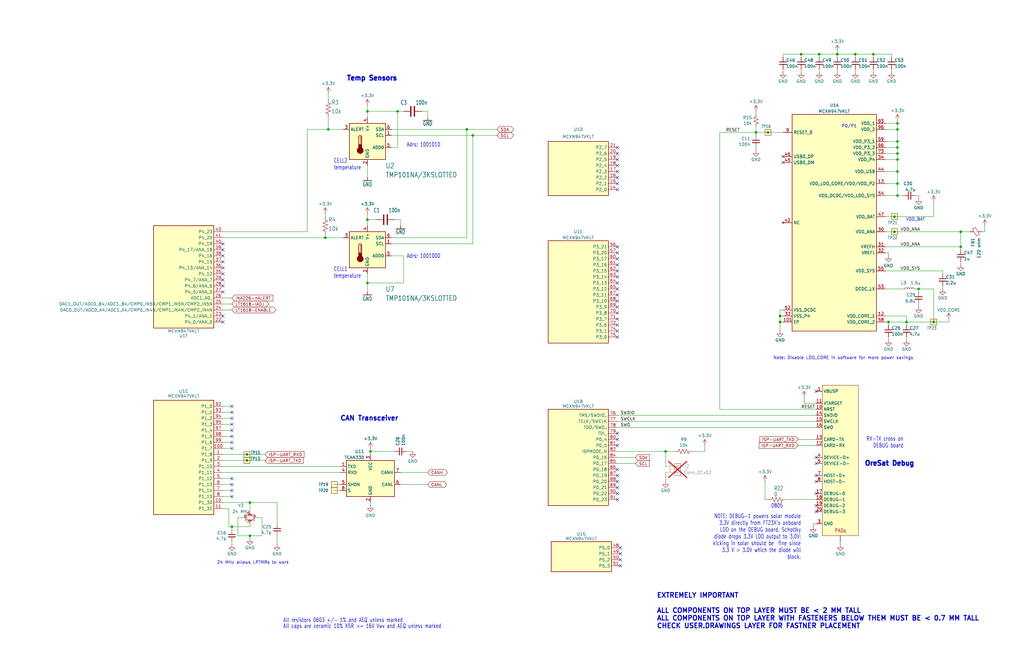
<source format=kicad_sch>
(kicad_sch (version 20250114) (generator "eeschema") (generator_version "9.0")
  (paper "USLedger")
  (title_block (title "OreSat Solar Module - Silicon Cells") (date "2025-09-16") (rev "1.1"))
  (text "Note: Disable LDO_CORE in software for more power savings" (at 355.6 151.13 0) (effects (font (size 1.27 1.27))))
  (text "P0/P1" (at 358.14 53.34 0) (effects (font (size 1.27 1.27))))
  (text "Temp Sensors" (at 146.05 34.29 0) (effects (font (size 2 2) (thickness 0.6477) (bold yes)) (justify left bottom)))
  (text "VDD_BAT" (at 386.08 92.71 0) (effects (font (size 1.27 1.27))))
  (text "CAN Transceiver" (at 168.148 177.8 0) (effects (font (size 2 2) (thickness 0.4318) (bold yes)) (justify right bottom)))
  (text "NOTE: DEBUG-1 powers solar module\n3.3V directly from FT23X's onboard\nLDO on the DEBUG board. Schottky\ndiode drops 3.3V LDO output to 3.0V;\nkicking in solar should be  fine since\n3.3 V > 3.0V which the diode will\nblock." (at 337.82 236.22 0) (effects (font (size 1.778 1.27)) (justify right bottom)))
  (text "Adrs: 1001010" (at 171.45 62.23 0) (effects (font (size 1.778 1.27)) (justify left bottom)))
  (text "Adrs: 1001000" (at 171.45 109.22 0) (effects (font (size 1.778 1.27)) (justify left bottom)))
  (text "24 MHz allows LPTMRs to work" (at 106.68 237.49 0) (effects (font (size 1.27 1.27))))
  (text "CELL2\ntemperature" (at 140.716 71.882 0) (effects (font (size 1.778 1.27)) (justify left bottom)))
  (text "RX-TX cross on\nDEBUG board" (at 381 189.23 0) (effects (font (size 1.778 1.27)) (justify right bottom)))
  (text "EXTREMELY IMPORTANT\n\nALL COMPONENTS ON TOP LAYER MUST BE < 2 MM TALL\nALL COMPONENTS ON TOP LAYER WITH FASTENERS BELOW THEM MUST BE < 0.7 MM TALL\nCHECK USER.DRAWINGS LAYER FOR FASTNER PLACEMENT\n" (at 276.86 265.43 0) (effects (font (size 2 2) (thickness 0.4) (bold yes)) (justify left bottom)))
  (text "All resistors 0603 +/- 1% and AEQ unless marked" (at 119.38 262.89 0) (effects (font (size 1.778 1.27)) (justify left bottom)))
  (text "OreSat Debug" (at 364.49 196.85 0) (effects (font (size 2 2) (thickness 0.6477) (bold yes)) (justify left bottom)))
  (text "CELL1\ntemperature" (at 140.716 117.602 0) (effects (font (size 1.778 1.27)) (justify left bottom)))
  (text "0805" (at 325.12 214.63 0) (effects (font (size 1.778 1.27)) (justify left bottom)))
  (text "All caps are ceramic 10% X5R >= 16V Vwv and AEQ unless marked" (at 119.38 265.43 0) (effects (font (size 1.778 1.27)) (justify left bottom)))
  (junction (at 137.16 100.33))
  (junction (at 377.19 97.79))
  (junction (at 328.93 135.89))
  (junction (at 318.77 55.88))
  (junction (at 167.64 46.99))
  (junction (at 97.79 222.25))
  (junction (at 378.46 82.55))
  (junction (at 199.39 57.15))
  (junction (at 378.46 62.23))
  (junction (at 353.06 22.86))
  (junction (at 368.3 22.86))
  (junction (at 105.41 226.06))
  (junction (at 323.85 55.88))
  (junction (at 378.46 59.69))
  (junction (at 378.46 77.47))
  (junction (at 280.67 190.5))
  (junction (at 328.93 133.35))
  (junction (at 378.46 67.31))
  (junction (at 105.41 212.09))
  (junction (at 345.44 22.86))
  (junction (at 374.65 135.89))
  (junction (at 387.35 121.92))
  (junction (at 154.94 46.99))
  (junction (at 154.94 119.38))
  (junction (at 154.94 92.71))
  (junction (at 104.14 194.31))
  (junction (at 378.46 64.77))
  (junction (at 378.46 54.61))
  (junction (at 156.21 190.5))
  (junction (at 196.85 54.61))
  (junction (at 104.14 191.77))
  (junction (at 393.7 135.89))
  (junction (at 378.46 52.07))
  (junction (at 377.19 91.44))
  (junction (at 382.27 135.89))
  (junction (at 405.13 104.14))
  (junction (at 337.82 22.86))
  (junction (at 138.43 54.61))
  (junction (at 378.46 72.39))
  (junction (at 405.13 97.79))
  (junction (at 360.68 22.86))
  (no_connect (at 97.79 173.99))
  (no_connect (at 330.2 66.04))
  (no_connect (at 97.79 201.93))
  (no_connect (at 260.35 77.47))
  (no_connect (at 260.35 139.7))
  (no_connect (at 97.79 181.61))
  (no_connect (at 260.35 129.54))
  (no_connect (at 93.98 123.19))
  (no_connect (at 93.98 110.49))
  (no_connect (at 260.35 109.22))
  (no_connect (at 97.79 189.23))
  (no_connect (at 260.35 116.84))
  (no_connect (at 261.62 236.22))
  (no_connect (at 260.35 104.14))
  (no_connect (at 330.2 68.58))
  (no_connect (at 260.35 69.85))
  (no_connect (at 260.35 114.3))
  (no_connect (at 93.98 115.57))
  (no_connect (at 260.35 62.23))
  (no_connect (at 97.79 179.07))
  (no_connect (at 260.35 72.39))
  (no_connect (at 97.79 207.01))
  (no_connect (at 93.98 113.03))
  (no_connect (at 97.79 209.55))
  (no_connect (at 260.35 198.12))
  (no_connect (at 260.35 208.28))
  (no_connect (at 97.79 171.45))
  (no_connect (at 344.17 203.2))
  (no_connect (at 260.35 185.42))
  (no_connect (at 344.17 200.66))
  (no_connect (at 261.62 233.68))
  (no_connect (at 344.17 195.58))
  (no_connect (at 261.62 238.76))
  (no_connect (at 93.98 107.95))
  (no_connect (at 260.35 200.66))
  (no_connect (at 97.79 186.69))
  (no_connect (at 344.17 215.9))
  (no_connect (at 260.35 121.92))
  (no_connect (at 97.79 176.53))
  (no_connect (at 260.35 67.31))
  (no_connect (at 97.79 204.47))
  (no_connect (at 344.17 165.1))
  (no_connect (at 260.35 187.96))
  (no_connect (at 93.98 118.11))
  (no_connect (at 260.35 182.88))
  (no_connect (at 93.98 102.87))
  (no_connect (at 260.35 210.82))
  (no_connect (at 260.35 124.46))
  (no_connect (at 260.35 74.93))
  (no_connect (at 260.35 203.2))
  (no_connect (at 344.17 213.36))
  (no_connect (at 260.35 132.08))
  (no_connect (at 93.98 105.41))
  (no_connect (at 344.17 208.28))
  (no_connect (at 93.98 135.89))
  (no_connect (at 260.35 64.77))
  (no_connect (at 261.62 231.14))
  (no_connect (at 260.35 134.62))
  (no_connect (at 260.35 142.24))
  (no_connect (at 93.98 120.65))
  (no_connect (at 260.35 80.01))
  (no_connect (at 260.35 137.16))
  (no_connect (at 93.98 133.35))
  (no_connect (at 260.35 111.76))
  (no_connect (at 344.17 193.04))
  (no_connect (at 97.79 184.15))
  (no_connect (at 260.35 106.68))
  (no_connect (at 260.35 119.38))
  (no_connect (at 260.35 127))
  (no_connect (at 260.35 205.74))
  (wire (pts (xy 374.65 142.24) (xy 374.65 143.51)))
  (wire (pts (xy 382.27 135.89) (xy 382.27 133.35)))
  (wire (pts (xy 138.43 39.37) (xy 138.43 41.91)))
  (wire (pts (xy 303.53 55.88) (xy 318.77 55.88)))
  (wire (pts (xy 344.17 220.98) (xy 342.9 220.98)))
  (wire (pts (xy 405.13 97.79) (xy 405.13 104.14)))
  (wire (pts (xy 382.27 135.89) (xy 382.27 137.16)))
  (wire (pts (xy 129.54 54.61) (xy 129.54 97.79)) (stroke (width 0.1524)))
  (wire (pts (xy 260.35 195.58) (xy 267.97 195.58)))
  (wire (pts (xy 387.35 82.55) (xy 386.08 82.55)))
  (wire (pts (xy 360.68 29.21) (xy 360.68 30.48)))
  (wire (pts (xy 165.1 62.23) (xy 167.64 62.23)) (stroke (width 0.1524)))
  (wire (pts (xy 154.94 72.39) (xy 154.94 74.93)))
  (wire (pts (xy 196.85 54.61) (xy 209.55 54.61)) (stroke (width 0.1524)))
  (wire (pts (xy 260.35 175.26) (xy 344.17 175.26)))
  (wire (pts (xy 345.44 29.21) (xy 345.44 30.48)))
  (wire (pts (xy 378.46 67.31) (xy 373.38 67.31)))
  (wire (pts (xy 104.14 191.77) (xy 111.76 191.77)))
  (wire (pts (xy 378.46 50.8) (xy 378.46 52.07)))
  (wire (pts (xy 143.51 199.39) (xy 93.98 199.39)))
  (wire (pts (xy 96.52 214.63) (xy 93.98 214.63)))
  (wire (pts (xy 165.1 107.95) (xy 170.18 107.95)) (stroke (width 0.1524)))
  (wire (pts (xy 354.33 229.87) (xy 354.33 228.6)))
  (wire (pts (xy 177.8 46.99) (xy 180.34 46.99)) (stroke (width 0.1524)))
  (wire (pts (xy 102.87 218.44) (xy 100.33 218.44)))
  (wire (pts (xy 408.94 97.79) (xy 405.13 97.79)))
  (wire (pts (xy 382.27 133.35) (xy 373.38 133.35)))
  (wire (pts (xy 353.06 22.86) (xy 360.68 22.86)))
  (wire (pts (xy 93.98 189.23) (xy 97.79 189.23)))
  (wire (pts (xy 318.77 55.88) (xy 323.85 55.88)))
  (wire (pts (xy 168.91 92.71) (xy 168.91 95.25)) (stroke (width 0.1524)))
  (wire (pts (xy 318.77 46.99) (xy 318.77 48.26)))
  (wire (pts (xy 330.2 130.81) (xy 328.93 130.81)))
  (wire (pts (xy 344.17 170.18) (xy 339.09 170.18)))
  (wire (pts (xy 280.67 190.5) (xy 284.48 190.5)))
  (wire (pts (xy 166.37 92.71) (xy 168.91 92.71)) (stroke (width 0.1524)))
  (wire (pts (xy 322.58 203.2) (xy 322.58 210.82)))
  (wire (pts (xy 260.35 180.34) (xy 344.17 180.34)))
  (wire (pts (xy 368.3 22.86) (xy 375.92 22.86)))
  (wire (pts (xy 93.98 179.07) (xy 97.79 179.07)))
  (wire (pts (xy 156.21 212.09) (xy 156.21 213.36)))
  (wire (pts (xy 353.06 21.59) (xy 353.06 22.86)))
  (wire (pts (xy 97.79 223.52) (xy 97.79 222.25)))
  (wire (pts (xy 156.21 190.5) (xy 156.21 191.77)))
  (wire (pts (xy 137.16 99.06) (xy 137.16 100.33)))
  (wire (pts (xy 110.49 226.06) (xy 105.41 226.06)))
  (wire (pts (xy 393.7 121.92) (xy 393.7 135.89)))
  (wire (pts (xy 93.98 181.61) (xy 97.79 181.61)))
  (wire (pts (xy 180.34 46.99) (xy 180.34 49.53)))
  (wire (pts (xy 116.84 212.09) (xy 116.84 220.98)))
  (wire (pts (xy 330.2 29.21) (xy 330.2 30.48)))
  (wire (pts (xy 400.05 134.62) (xy 400.05 135.89)))
  (wire (pts (xy 345.44 22.86) (xy 353.06 22.86)))
  (wire (pts (xy 168.91 199.39) (xy 180.34 199.39)))
  (wire (pts (xy 378.46 67.31) (xy 378.46 64.77)))
  (wire (pts (xy 337.82 22.86) (xy 345.44 22.86)))
  (wire (pts (xy 377.19 91.44) (xy 373.38 91.44)))
  (wire (pts (xy 154.94 46.99) (xy 167.64 46.99)) (stroke (width 0.1524)))
  (wire (pts (xy 104.14 194.31) (xy 93.98 194.31)))
  (wire (pts (xy 93.98 209.55) (xy 97.79 209.55)))
  (wire (pts (xy 339.09 170.18) (xy 339.09 167.64)))
  (wire (pts (xy 165.1 100.33) (xy 196.85 100.33)) (stroke (width 0.1524)))
  (wire (pts (xy 328.93 135.89) (xy 328.93 139.7)))
  (wire (pts (xy 377.19 91.44) (xy 393.7 91.44)))
  (wire (pts (xy 165.1 102.87) (xy 199.39 102.87)) (stroke (width 0.1524)))
  (wire (pts (xy 387.35 121.92) (xy 393.7 121.92)))
  (wire (pts (xy 375.92 29.21) (xy 375.92 30.48)))
  (wire (pts (xy 93.98 191.77) (xy 104.14 191.77)))
  (wire (pts (xy 167.64 46.99) (xy 170.18 46.99)) (stroke (width 0.1524)))
  (wire (pts (xy 170.18 107.95) (xy 170.18 119.38)) (stroke (width 0.1524)))
  (wire (pts (xy 105.41 220.98) (xy 105.41 222.25)))
  (wire (pts (xy 373.38 77.47) (xy 378.46 77.47)))
  (wire (pts (xy 393.7 85.09) (xy 393.7 91.44)))
  (wire (pts (xy 374.65 135.89) (xy 374.65 137.16)))
  (wire (pts (xy 138.43 49.53) (xy 138.43 50.8)))
  (wire (pts (xy 342.9 220.98) (xy 342.9 222.25)))
  (wire (pts (xy 143.51 207.01) (xy 140.97 207.01)))
  (wire (pts (xy 378.46 77.47) (xy 378.46 82.55)))
  (wire (pts (xy 97.79 228.6) (xy 97.79 229.87)))
  (wire (pts (xy 318.77 53.34) (xy 318.77 55.88)))
  (wire (pts (xy 377.19 97.79) (xy 373.38 97.79)))
  (wire (pts (xy 129.54 54.61) (xy 138.43 54.61)) (stroke (width 0.1524)))
  (wire (pts (xy 167.64 62.23) (xy 167.64 46.99)) (stroke (width 0.1524)))
  (wire (pts (xy 143.51 196.85) (xy 93.98 196.85)))
  (wire (pts (xy 397.51 114.3) (xy 397.51 115.57)))
  (wire (pts (xy 280.67 190.5) (xy 280.67 196.85)))
  (wire (pts (xy 93.98 184.15) (xy 97.79 184.15)))
  (wire (pts (xy 154.94 120.65) (xy 154.94 119.38)) (stroke (width 0.1524)))
  (wire (pts (xy 330.2 22.86) (xy 330.2 24.13)))
  (wire (pts (xy 328.93 130.81) (xy 328.93 133.35)))
  (wire (pts (xy 378.46 82.55) (xy 381 82.55)))
  (wire (pts (xy 154.94 92.71) (xy 154.94 95.25)) (stroke (width 0.1524)))
  (wire (pts (xy 170.18 119.38) (xy 154.94 119.38)) (stroke (width 0.1524)))
  (wire (pts (xy 93.98 128.27) (xy 97.79 128.27)))
  (wire (pts (xy 373.38 104.14) (xy 405.13 104.14)))
  (wire (pts (xy 387.35 128.27) (xy 387.35 129.54)))
  (wire (pts (xy 323.85 210.82) (xy 322.58 210.82)) (stroke (width 0.1524)))
  (wire (pts (xy 303.53 172.72) (xy 344.17 172.72)))
  (wire (pts (xy 260.35 190.5) (xy 280.67 190.5)))
  (wire (pts (xy 138.43 50.8) (xy 138.43 54.61)) (stroke (width 0.1524)))
  (wire (pts (xy 93.98 173.99) (xy 97.79 173.99)))
  (wire (pts (xy 93.98 207.01) (xy 97.79 207.01)))
  (wire (pts (xy 143.51 204.47) (xy 140.97 204.47)))
  (wire (pts (xy 374.65 106.68) (xy 374.65 107.95)))
  (wire (pts (xy 377.19 97.79) (xy 405.13 97.79)))
  (wire (pts (xy 373.38 59.69) (xy 378.46 59.69)))
  (wire (pts (xy 337.82 22.86) (xy 337.82 24.13)))
  (wire (pts (xy 378.46 72.39) (xy 378.46 77.47)))
  (wire (pts (xy 168.91 204.47) (xy 180.34 204.47)))
  (wire (pts (xy 292.1 190.5) (xy 297.18 190.5)))
  (wire (pts (xy 381 121.92) (xy 373.38 121.92)))
  (wire (pts (xy 260.35 193.04) (xy 267.97 193.04)))
  (wire (pts (xy 400.05 135.89) (xy 393.7 135.89)))
  (wire (pts (xy 378.46 52.07) (xy 373.38 52.07)))
  (wire (pts (xy 100.33 226.06) (xy 105.41 226.06)))
  (wire (pts (xy 199.39 57.15) (xy 209.55 57.15)) (stroke (width 0.1524)))
  (wire (pts (xy 378.46 64.77) (xy 378.46 62.23)))
  (wire (pts (xy 100.33 218.44) (xy 100.33 226.06)))
  (wire (pts (xy 360.68 22.86) (xy 360.68 24.13)))
  (wire (pts (xy 368.3 29.21) (xy 368.3 30.48)))
  (wire (pts (xy 328.93 133.35) (xy 328.93 135.89)))
  (wire (pts (xy 107.95 218.44) (xy 110.49 218.44)))
  (wire (pts (xy 378.46 62.23) (xy 373.38 62.23)))
  (wire (pts (xy 387.35 83.82) (xy 387.35 82.55)))
  (wire (pts (xy 353.06 29.21) (xy 353.06 30.48)))
  (wire (pts (xy 137.16 100.33) (xy 144.78 100.33)) (stroke (width 0.1524)))
  (wire (pts (xy 260.35 177.8) (xy 344.17 177.8)))
  (wire (pts (xy 93.98 125.73) (xy 97.79 125.73)))
  (wire (pts (xy 345.44 22.86) (xy 345.44 24.13)))
  (wire (pts (xy 387.35 123.19) (xy 387.35 121.92)))
  (wire (pts (xy 105.41 212.09) (xy 93.98 212.09)))
  (wire (pts (xy 154.94 119.38) (xy 154.94 115.57)) (stroke (width 0.1524)))
  (wire (pts (xy 93.98 186.69) (xy 97.79 186.69)))
  (wire (pts (xy 378.46 54.61) (xy 378.46 59.69)))
  (wire (pts (xy 93.98 204.47) (xy 97.79 204.47)))
  (wire (pts (xy 375.92 22.86) (xy 375.92 24.13)))
  (wire (pts (xy 337.82 29.21) (xy 337.82 30.48)))
  (wire (pts (xy 344.17 185.42) (xy 336.55 185.42)))
  (wire (pts (xy 378.46 59.69) (xy 378.46 62.23)))
  (wire (pts (xy 116.84 226.06) (xy 116.84 229.87)))
  (wire (pts (xy 373.38 114.3) (xy 397.51 114.3)))
  (wire (pts (xy 378.46 64.77) (xy 373.38 64.77)))
  (wire (pts (xy 104.14 194.31) (xy 111.76 194.31)))
  (wire (pts (xy 93.98 100.33) (xy 137.16 100.33)))
  (wire (pts (xy 93.98 201.93) (xy 97.79 201.93)))
  (wire (pts (xy 154.94 92.71) (xy 158.75 92.71)) (stroke (width 0.1524)))
  (wire (pts (xy 378.46 54.61) (xy 373.38 54.61)))
  (wire (pts (xy 415.29 97.79) (xy 414.02 97.79)))
  (wire (pts (xy 373.38 82.55) (xy 378.46 82.55)))
  (wire (pts (xy 373.38 135.89) (xy 374.65 135.89)))
  (wire (pts (xy 105.41 215.9) (xy 105.41 212.09)))
  (wire (pts (xy 330.2 133.35) (xy 328.93 133.35)))
  (wire (pts (xy 154.94 44.45) (xy 154.94 46.99)) (stroke (width 0.1524)))
  (wire (pts (xy 382.27 142.24) (xy 382.27 143.51)))
  (wire (pts (xy 378.46 67.31) (xy 378.46 72.39)))
  (wire (pts (xy 373.38 106.68) (xy 374.65 106.68)))
  (wire (pts (xy 387.35 121.92) (xy 386.08 121.92)))
  (wire (pts (xy 393.7 135.89) (xy 382.27 135.89)))
  (wire (pts (xy 405.13 104.14) (xy 405.13 105.41)))
  (wire (pts (xy 138.43 54.61) (xy 144.78 54.61)) (stroke (width 0.1524)))
  (wire (pts (xy 156.21 189.23) (xy 156.21 190.5)))
  (wire (pts (xy 353.06 22.86) (xy 353.06 24.13)))
  (wire (pts (xy 171.45 190.5) (xy 173.99 190.5)))
  (wire (pts (xy 397.51 120.65) (xy 397.51 121.92)))
  (wire (pts (xy 154.94 72.39) (xy 154.94 69.85)) (stroke (width 0.1524)))
  (wire (pts (xy 105.41 226.06) (xy 105.41 227.33)))
  (wire (pts (xy 328.93 135.89) (xy 330.2 135.89)))
  (wire (pts (xy 344.17 187.96) (xy 336.55 187.96)))
  (wire (pts (xy 93.98 176.53) (xy 97.79 176.53)))
  (wire (pts (xy 360.68 22.86) (xy 368.3 22.86)))
  (wire (pts (xy 137.16 90.17) (xy 137.16 91.44)))
  (wire (pts (xy 154.94 46.99) (xy 154.94 49.53)) (stroke (width 0.1524)))
  (wire (pts (xy 405.13 111.76) (xy 405.13 110.49)))
  (wire (pts (xy 154.94 90.17) (xy 154.94 92.71)) (stroke (width 0.1524)))
  (wire (pts (xy 331.47 210.82) (xy 344.17 210.82)))
  (wire (pts (xy 318.77 62.23) (xy 318.77 63.5)))
  (wire (pts (xy 105.41 222.25) (xy 97.79 222.25)))
  (wire (pts (xy 156.21 190.5) (xy 166.37 190.5)))
  (wire (pts (xy 196.85 100.33) (xy 196.85 54.61)) (stroke (width 0.1524)))
  (wire (pts (xy 199.39 102.87) (xy 199.39 57.15)) (stroke (width 0.1524)))
  (wire (pts (xy 318.77 55.88) (xy 318.77 57.15)))
  (wire (pts (xy 110.49 218.44) (xy 110.49 226.06)))
  (wire (pts (xy 378.46 72.39) (xy 373.38 72.39)))
  (wire (pts (xy 96.52 222.25) (xy 96.52 214.63)))
  (wire (pts (xy 93.98 130.81) (xy 97.79 130.81)))
  (wire (pts (xy 323.85 55.88) (xy 330.2 55.88)))
  (wire (pts (xy 93.98 171.45) (xy 97.79 171.45)))
  (wire (pts (xy 415.29 97.79) (xy 415.29 95.25)))
  (wire (pts (xy 280.67 199.39) (xy 280.67 203.2)))
  (wire (pts (xy 330.2 22.86) (xy 337.82 22.86)))
  (wire (pts (xy 154.94 120.65) (xy 154.94 123.19)))
  (wire (pts (xy 116.84 212.09) (xy 105.41 212.09)))
  (wire (pts (xy 165.1 57.15) (xy 199.39 57.15)) (stroke (width 0.1524)))
  (wire (pts (xy 297.18 187.96) (xy 297.18 190.5)))
  (wire (pts (xy 129.54 97.79) (xy 93.98 97.79)) (stroke (width 0.1524)))
  (wire (pts (xy 368.3 22.86) (xy 368.3 24.13)))
  (wire (pts (xy 374.65 135.89) (xy 382.27 135.89)))
  (wire (pts (xy 97.79 222.25) (xy 96.52 222.25)))
  (wire (pts (xy 303.53 55.88) (xy 303.53 172.72)))
  (wire (pts (xy 378.46 54.61) (xy 378.46 52.07)))
  (wire (pts (xy 165.1 54.61) (xy 196.85 54.61)) (stroke (width 0.1524)))
  (label "SWDIO" (at 261.62 175.26 0))
  (label "VDD_ANA" (at 379.73 104.14 0))
  (label "VDD_ANA" (at 379.73 97.79 0))
  (label "RESET" (at 337.82 172.72 0))
  (label "SWO" (at 261.62 180.34 0))
  (label "VDD_SYS" (at 379.73 114.3 0))
  (label "RESET" (at 306.07 55.88 0))
  (label "SWCLK" (at 261.62 177.8 0))
  (global_label "LT1618-IADJ" (shape bidirectional) (at 97.79 128.27 0) (effects (font (size 1.2446 1.2446))) (property "Intersheetrefs" "${INTERSHEET_REFS}" (effects (hide yes))))
  (global_label "SDA" (shape input) (at 267.97 193.04 0) (effects (font (size 1.2446 1.2446))) (property "Intersheetrefs" "${INTERSHEET_REFS}" (effects (hide yes))))
  (global_label "ISP-UART_RXD" (shape input) (at 336.55 187.96 180) (property "Intersheetrefs" "${INTERSHEET_REFS}" (effects (hide yes))))
  (global_label "LT1618-ENABLE" (shape bidirectional) (at 97.79 130.81 0) (effects (font (size 1.2446 1.2446))) (property "Intersheetrefs" "${INTERSHEET_REFS}" (effects (hide yes))))
  (global_label "CANL" (shape bidirectional) (at 180.34 204.47 0) (effects (font (size 1.2446 1.2446))) (property "Intersheetrefs" "${INTERSHEET_REFS}" (effects (hide yes))))
  (global_label "SCL" (shape input) (at 267.97 195.58 0) (effects (font (size 1.2446 1.2446))) (property "Intersheetrefs" "${INTERSHEET_REFS}" (effects (hide yes))))
  (global_label "ISP-UART_TXD" (shape input) (at 111.76 194.31 0) (property "Intersheetrefs" "${INTERSHEET_REFS}" (effects (hide yes))))
  (global_label "INA226-nALERT" (shape input) (at 97.79 125.73 0) (property "Intersheetrefs" "${INTERSHEET_REFS}" (effects (hide yes))))
  (global_label "SDA" (shape bidirectional) (at 209.55 54.61 0) (property "Intersheetrefs" "${INTERSHEET_REFS}" (effects (hide yes))))
  (global_label "CANH" (shape bidirectional) (at 180.34 199.39 0) (effects (font (size 1.2446 1.2446))) (property "Intersheetrefs" "${INTERSHEET_REFS}" (effects (hide yes))))
  (global_label "ISP-UART_RXD" (shape input) (at 111.76 191.77 0) (property "Intersheetrefs" "${INTERSHEET_REFS}" (effects (hide yes))))
  (global_label "SCL" (shape bidirectional) (at 209.55 57.15 0) (property "Intersheetrefs" "${INTERSHEET_REFS}" (effects (hide yes))))
  (global_label "ISP-UART_TXD" (shape input) (at 336.55 185.42 180) (property "Intersheetrefs" "${INTERSHEET_REFS}" (effects (hide yes))))
  (symbol (lib_id "Interface_CAN_LIN:TCAN330") (at 156.21 201.93 0) (unit 1)
    (property "Reference" "U11" (at 153.67 190.5 0) (effects (justify right)))
    (property "Value" "TCAN330" (at 153.67 193.04 0) (effects (justify right)))
    (property "Footprint" "Package_TO_SOT_SMD:SOT-23-8" (effects (hide yes)))
    (property "Datasheet" "http://www.ti.com/lit/ds/symlink/tcan337.pdf" (effects (hide yes)))
    (property "Description" "High-Speed CAN Transceiver, 1Mbps, 3.3V supply, silent mode, shutdown mode, SOT-23-8/SOIC-8" (effects (hide yes)))
    (property "MFR" "Texas Instruments" (effects (hide yes)))
    (property "MPN" "TCAN330DCNR" (effects (hide yes)))
  )
  (symbol (lib_id "oresat-ics:MCXN947VKLT") (at 243.84 123.19 180) (unit 5)
    (property "Reference" "U1" (at 243.84 97.79 0))
    (property "Value" "MCXN947VKLT" (at 243.84 100.33 0))
    (property "Footprint" "oresat-ics:MCXN947KVLT-QFP50P1600X1600X160-101N" (effects (hide yes)))
    (property "Datasheet" "https://www.nxp.com/docs/en/data-sheet/MCXNx4xDS.pdf" (effects (hide yes)))
    (property "Description" "ARM Microcontrollers - MCU MCXN10, 100HLQFP (also MCXN947VNLT)" (effects (hide yes)))
    (property "MFR" "NXP" (effects (hide yes)))
    (property "MPN" "MCXN947VKLT" (effects (hide yes)))
    (pin "77" (alternate "TCLK/SWCLK"))
    (pin "79" (alternate "TDI "))
    (pin "76" (alternate "TMS/SWDIO "))
    (pin "78" (alternate "TDO/SWO "))
    (pin "82" (alternate "ISPMODE_N"))
    (pin "25" (alternate "DAC1_OUT/ADC0_B4/ADC1_B4/CMP0_IN5N/CMP1_IN5N/CMP2_IN5N"))
    (pin "26" (alternate "ADC1_A0 "))
    (pin "24" (alternate "DAC0_OUT/ADC0_A4/ADC1_A4/CMP0_IN4N/CMP1_IN4N/CMP2_IN4N"))
  )
  (symbol (lib_id "power:+3.3V") (at 318.77 46.99 0) (mirror y) (unit 1)
    (property "Reference" "#PWR018" (effects (hide yes)))
    (property "Value" "+3.3V" (at 318.77 42.8569 0))
    (property "Description" "Power symbol creates a global label with name \"+3.3V\"" (effects (hide yes)))
  )
  (symbol (lib_id "Device:C_Small") (at 387.35 125.73 0) (mirror y) (unit 1)
    (property "Reference" "C29" (at 386.08 124.46 0) (effects (justify left)))
    (property "Value" "6.8u" (at 386.08 127 0) (effects (justify left)))
    (property "Footprint" "oresat-passives:0603-C-NOSILK" (effects (hide yes)))
    (property "Datasheet" "https://www.murata.com/en-sg/api/pdfdownloadapi?cate=luCeramicCapacitorsSMD&partno=GCJ31CR71A685KA13%23" (effects (hide yes)))
    (property "Description" "6.8 µF ±10% 10V Ceramic Capacitor X7R 1206 (3216 Metric)" (effects (hide yes)))
    (property "MFR" "Murata Electronics" (effects (hide yes)))
    (property "MPN" "GCJ31CR71A685KA13L" (effects (hide yes)))
  )
  (symbol (lib_id "power:GND") (at 156.21 213.36 0) (mirror y) (unit 1)
    (property "Reference" "#PWR026" (effects (hide yes)))
    (property "Value" "GND" (at 156.21 217.4931 0))
    (property "Description" "Power symbol creates a global label with name \"GND\" , ground" (effects (hide yes)))
  )
  (symbol (lib_id "power:GND") (at 328.93 139.7 0) (mirror y) (unit 1)
    (property "Reference" "#PWR020" (effects (hide yes)))
    (property "Value" "GND" (at 328.93 143.51 0))
    (property "Description" "Power symbol creates a global label with name \"GND\" , ground" (effects (hide yes)))
  )
  (symbol (lib_id "Device:R_US") (at 327.66 210.82 270) (unit 1)
    (property "Reference" "R22" (at 326.39 207.01 90) (effects (font (size 1.778 1.27)) (justify left bottom)))
    (property "Value" "0" (at 326.39 209.55 90) (effects (font (size 1.778 1.27)) (justify left bottom)))
    (property "Footprint" "oresat-passives:0805-C-NOSILK" (effects (hide yes)))
    (property "Description" "0 Ohms Jumper Chip Resistor 0805 (2012 Metric) Automotive AEC-Q200 Thick Film" (effects (hide yes)))
    (property "DIS" "Digi-Key" (effects (hide yes)))
    (property "DPN" "P0.0ATR-ND" (effects (hide yes)))
    (property "MFR" "Panasonic" (effects (hide yes)))
    (property "MPN" "ERJ-6GEY0R00V" (effects (hide yes)))
  )
  (symbol (lib_id "Device:C_Small") (at 337.82 26.67 0) (unit 1)
    (property "Reference" "C48" (at 339.09 25.4 0) (effects (justify left)))
    (property "Value" "100n" (at 339.09 27.94 0) (effects (justify left)))
    (property "Footprint" "oresat-passives:0603-C-NOSILK" (effects (hide yes)))
    (property "Datasheet" "https://search.murata.co.jp/Ceramy/image/img/A01X/G101/ENG/GRM188R72A104KA35-01.pdf" (effects (hide yes)))
    (property "Description" "0.1 µF ±10% 100V Ceramic Capacitor X7R 0603 (1608 Metric)" (effects (hide yes)))
    (property "MFR" "Murata Electronics" (effects (hide yes)))
    (property "MPN" "GRM188R72A104KA35D" (effects (hide yes)))
  )
  (symbol (lib_id "power:GND") (at 375.92 30.48 0) (unit 1)
    (property "Reference" "#PWR050" (effects (hide yes)))
    (property "Value" "GND" (at 375.92 34.29 0))
    (property "Description" "Power symbol creates a global label with name \"GND\" , ground" (effects (hide yes)))
  )
  (symbol (lib_id "oresat-misc:Test-Point-0.75mm-th") (at 393.7 135.89 90) (mirror x) (unit 1) (exclude_from_sim yes) (in_bom no)
    (property "Reference" "TP23" (at 394.97 138.43 90) (effects (font (size 1.27 1.0795)) (justify left)))
    (property "Value" "Test-Point" (effects (hide yes)))
    (property "Footprint" "oresat-misc:TestPoint-0.75mm-th" (effects (hide yes)))
    (property "Description" "0.75 mm TH test point; good for scope probes and jumpers" (effects (hide yes)))
  )
  (symbol (lib_id "oresat-misc:Test-Point-0.75mm-th") (at 140.97 204.47 0) (mirror y) (unit 1) (exclude_from_sim yes) (in_bom no)
    (property "Reference" "TP19" (at 138.43 204.4699 0) (effects (font (size 1.27 1.0795)) (justify left)))
    (property "Value" "Test-Point" (effects (hide yes)))
    (property "Footprint" "oresat-misc:TestPoint-0.75mm-th" (effects (hide yes)))
    (property "Description" "0.75 mm TH test point; good for scope probes and jumpers" (effects (hide yes)))
  )
  (symbol (lib_id "power:GND") (at 330.2 30.48 0) (unit 1)
    (property "Reference" "#PWR037" (effects (hide yes)))
    (property "Value" "GND" (at 330.2 34.29 0))
    (property "Description" "Power symbol creates a global label with name \"GND\" , ground" (effects (hide yes)))
  )
  (symbol (lib_id "power:GND") (at 405.13 111.76 0) (unit 1)
    (property "Reference" "#PWR038" (effects (hide yes)))
    (property "Value" "GND" (at 405.13 115.57 0))
    (property "Description" "Power symbol creates a global label with name \"GND\" , ground" (effects (hide yes)))
  )
  (symbol (lib_id "Device:C_Small") (at 116.84 223.52 0) (mirror y) (unit 1)
    (property "Reference" "C25" (at 114.5159 222.3141 0) (effects (justify left)))
    (property "Value" "4.7p" (at 114.5159 224.7384 0) (effects (justify left)))
    (property "Footprint" "oresat-passives:0603-C-NOSILK" (effects (hide yes)))
    (property "Datasheet" "https://search.murata.co.jp/Ceramy/image/img/A01X/G101/ENG/GRM1885C1H4R7WA01-01A.pdf" (effects (hide yes)))
    (property "Description" "4.7 pF ±0.05pF 50V Ceramic Capacitor C0G, NP0 0603 (1608 Metric)" (effects (hide yes)))
    (property "MFR" "Murata Electronics" (effects (hide yes)))
    (property "MPN" "GRM1885C1H4R7WA01D" (effects (hide yes)))
  )
  (symbol (lib_id "Device:C_Small") (at 383.54 82.55 90) (unit 1)
    (property "Reference" "C30" (at 384.81 77.47 90) (effects (justify left)))
    (property "Value" "4.7u" (at 386.08 80.01 90) (effects (justify left)))
    (property "Footprint" "oresat-passives:0603-C-NOSILK" (effects (hide yes)))
    (property "Datasheet" "https://search.murata.co.jp/Ceramy/image/img/A01X/G101/ENG/GRM188R61E475KE11-01.pdf" (effects (hide yes)))
    (property "Description" "4.7 µF ±10% 25V Ceramic Capacitor X5R 0603 (1608 Metric)" (effects (hide yes)))
    (property "MFR" "Murata Electronics" (effects (hide yes)))
    (property "MPN" "GRM188R61E475KE11D" (effects (hide yes)))
  )
  (symbol (lib_id "Device:C_Small") (at 374.65 139.7 0) (unit 1)
    (property "Reference" "C26" (at 375.92 138.43 0) (effects (justify left)))
    (property "Value" "100n" (at 375.92 140.97 0) (effects (justify left)))
    (property "Footprint" "oresat-passives:0603-C-NOSILK" (effects (hide yes)))
    (property "Datasheet" "https://search.murata.co.jp/Ceramy/image/img/A01X/G101/ENG/GRM188R72A104KA35-01.pdf" (effects (hide yes)))
    (property "Description" "0.1 µF ±10% 100V Ceramic Capacitor X7R 0603 (1608 Metric)" (effects (hide yes)))
    (property "MFR" "Murata Electronics" (effects (hide yes)))
    (property "MPN" "GRM188R72A104KA35D" (effects (hide yes)))
  )
  (symbol (lib_id "Device:R_Small_US") (at 318.77 50.8 0) (mirror x) (unit 1)
    (property "Reference" "R15" (at 317.119 49.5878 0) (effects (justify right)))
    (property "Value" "10k" (at 317.119 52.0121 0) (effects (justify right)))
    (property "Footprint" "oresat-passives:0603-C-NOSILK" (effects (hide yes)))
    (property "Description" "10 kOhms ±1% 0.1W, 1/10W Chip Resistor 0603 (1608 Metric) Automotive AEC-Q200 Thick Film" (effects (hide yes)))
    (property "MFR" "Stackpole Electronics Inc" (effects (hide yes)))
    (property "MPN" "RMCF0603FT10K0" (effects (hide yes)))
  )
  (symbol (lib_id "oresat-misc:Test-Point-0.75mm-th") (at 377.19 91.44 90) (mirror x) (unit 1) (exclude_from_sim yes) (in_bom no)
    (property "Reference" "TP21" (at 378.46 93.98 90) (effects (font (size 1.27 1.0795)) (justify left)))
    (property "Value" "Test-Point" (effects (hide yes)))
    (property "Footprint" "oresat-misc:TestPoint-0.75mm-th" (effects (hide yes)))
    (property "Description" "0.75 mm TH test point; good for scope probes and jumpers" (effects (hide yes)))
  )
  (symbol (lib_id "power:GND") (at 105.41 227.33 0) (mirror y) (unit 1)
    (property "Reference" "#PWR022" (effects (hide yes)))
    (property "Value" "GND" (at 105.41 231.14 0))
    (property "Description" "Power symbol creates a global label with name \"GND\" , ground" (effects (hide yes)))
  )
  (symbol (lib_id "Device:C_Small") (at 330.2 26.67 0) (unit 1)
    (property "Reference" "C46" (at 331.47 25.4 0) (effects (justify left)))
    (property "Value" "100n" (at 331.47 27.94 0) (effects (justify left)))
    (property "Footprint" "oresat-passives:0603-C-NOSILK" (effects (hide yes)))
    (property "Datasheet" "https://search.murata.co.jp/Ceramy/image/img/A01X/G101/ENG/GRM188R72A104KA35-01.pdf" (effects (hide yes)))
    (property "Description" "0.1 µF ±10% 100V Ceramic Capacitor X7R 0603 (1608 Metric)" (effects (hide yes)))
    (property "MFR" "Murata Electronics" (effects (hide yes)))
    (property "MPN" "GRM188R72A104KA35D" (effects (hide yes)))
  )
  (symbol (lib_id "power:GND") (at 354.33 229.87 0) (mirror y) (unit 1)
    (property "Reference" "#PWR046" (effects (hide yes)))
    (property "Value" "GND" (at 354.33 233.68 0))
    (property "Description" "Power symbol creates a global label with name \"GND\" , ground" (effects (hide yes)))
  )
  (symbol (lib_id "Device:C") (at 173.99 46.99 90) (mirror x) (unit 1)
    (property "Reference" "C3" (at 168.91 44.196 90) (effects (font (size 1.778 1.27)) (justify right bottom)))
    (property "Value" "100n" (at 175.26 44.196 90) (effects (font (size 1.778 1.27)) (justify right bottom)))
    (property "Footprint" "oresat-passives:0603-C-NOSILK" (effects (hide yes)))
    (property "Description" "100 nF (0.1µF) ±10% 25V Ceramic Capacitor X5R 0603 (1608 Metric)" (effects (hide yes)))
    (property "DIS" "Digi-Key" (effects (hide yes)))
    (property "DPN" "587-3472-1-ND" (effects (hide yes)))
    (property "MFR" "Taiyo Yuden" (effects (hide yes)))
    (property "MPN" "TMK107BJ104KAHT" (effects (hide yes)))
  )
  (symbol (lib_id "power:+3.3V") (at 137.16 90.17 0) (mirror y) (unit 1)
    (property "Reference" "#PWR053" (effects (hide yes)))
    (property "Value" "+3.3V" (at 137.16 86.0369 0))
    (property "Description" "Power symbol creates a global label with name \"+3.3V\"" (effects (hide yes)))
  )
  (symbol (lib_id "oresat-power:GND") (at 180.34 49.53 0) (mirror y) (unit 1)
    (property "Reference" "#GND010" (effects (hide yes)))
    (property "Value" "GND" (at 182.372 53.086 0) (effects (font (size 1.778 1.27)) (justify left bottom)))
    (property "Description" "Power symbol creates a global label with name \"GND\" , ground" (effects (hide yes)))
  )
  (symbol (lib_id "Device:R_US") (at 288.29 190.5 90) (unit 1)
    (property "Reference" "R9" (at 288.29 185.4665 90))
    (property "Value" "10k" (at 288.29 187.8908 90))
    (property "Description" "Resistor, US symbol" (effects (hide yes)))
  )
  (symbol (lib_id "oresat-power:GND") (at 168.91 95.25 0) (mirror y) (unit 1)
    (property "Reference" "#GND06" (effects (hide yes)))
    (property "Value" "GND" (at 170.942 98.806 0) (effects (font (size 1.778 1.27)) (justify left bottom)))
    (property "Description" "Power symbol creates a global label with name \"GND\" , ground" (effects (hide yes)))
  )
  (symbol (lib_id "power:GND") (at 173.99 190.5 0) (unit 1)
    (property "Reference" "#PWR032" (effects (hide yes)))
    (property "Value" "GND" (at 173.99 194.6331 0))
    (property "Description" "Power symbol creates a global label with name \"GND\" , ground" (effects (hide yes)))
  )
  (symbol (lib_id "power:+3.3V") (at 156.21 189.23 0) (mirror y) (unit 1)
    (property "Reference" "#PWR025" (effects (hide yes)))
    (property "Value" "+3.3V" (at 156.21 185.0969 0))
    (property "Description" "Power symbol creates a global label with name \"+3.3V\"" (effects (hide yes)))
  )
  (symbol (lib_id "power:+3.3V") (at 297.18 187.96 0) (mirror y) (unit 1)
    (property "Reference" "#PWR017" (effects (hide yes)))
    (property "Value" "+3.3V" (at 297.18 183.8269 0))
    (property "Description" "Power symbol creates a global label with name \"+3.3V\"" (effects (hide yes)))
  )
  (symbol (lib_id "power:VDD") (at 400.05 134.62 0) (mirror y) (unit 1)
    (property "Reference" "#PWR034" (effects (hide yes)))
    (property "Value" "VDD_CORE" (at 400.05 130.81 0))
    (property "Description" "Power symbol creates a global label with name \"VDD_CORE\"" (effects (hide yes)))
  )
  (symbol (lib_id "oresat-ics:MCXN947VKLT") (at 245.11 234.95 0) (mirror y) (unit 7)
    (property "Reference" "U1" (at 245.11 225.298 0))
    (property "Value" "MCXN947VKLT" (at 245.11 227.33 0))
    (property "Footprint" "oresat-ics:MCXN947KVLT-QFP50P1600X1600X160-101N" (effects (hide yes)))
    (property "Datasheet" "https://www.nxp.com/docs/en/data-sheet/MCXNx4xDS.pdf" (effects (hide yes)))
    (property "Description" "ARM Microcontrollers - MCU MCXN10, 100HLQFP (also MCXN947VNLT)" (effects (hide yes)))
    (property "MFR" "NXP" (effects (hide yes)))
    (property "MPN" "MCXN947VKLT" (effects (hide yes)))
    (pin "77" (alternate "TCLK/SWCLK"))
    (pin "79" (alternate "TDI "))
    (pin "76" (alternate "TMS/SWDIO "))
    (pin "78" (alternate "TDO/SWO "))
    (pin "82" (alternate "ISPMODE_N"))
    (pin "25" (alternate "DAC1_OUT/ADC0_B4/ADC1_B4/CMP0_IN5N/CMP1_IN5N/CMP2_IN5N"))
    (pin "26" (alternate "ADC1_A0 "))
    (pin "24" (alternate "DAC0_OUT/ADC0_A4/ADC1_A4/CMP0_IN4N/CMP1_IN4N/CMP2_IN4N"))
  )
  (symbol (lib_id "Device:C_Small") (at 382.27 139.7 0) (unit 1)
    (property "Reference" "C27" (at 383.54 138.43 0) (effects (justify left)))
    (property "Value" "4.7u" (at 383.54 140.97 0) (effects (justify left)))
    (property "Footprint" "oresat-passives:0603-C-NOSILK" (effects (hide yes)))
    (property "Datasheet" "https://search.murata.co.jp/Ceramy/image/img/A01X/G101/ENG/GRM188R61E475KE11-01.pdf" (effects (hide yes)))
    (property "Description" "4.7 µF ±10% 25V Ceramic Capacitor X5R 0603 (1608 Metric)" (effects (hide yes)))
    (property "MFR" "Murata Electronics" (effects (hide yes)))
    (property "MPN" "GRM188R61E475KE11D" (effects (hide yes)))
  )
  (symbol (lib_id "Device:C") (at 162.56 92.71 90) (mirror x) (unit 1)
    (property "Reference" "C1" (at 157.48 89.662 90) (effects (font (size 1.778 1.27)) (justify right bottom)))
    (property "Value" "100n" (at 163.83 89.662 90) (effects (font (size 1.778 1.27)) (justify right bottom)))
    (property "Footprint" "oresat-passives:0603-C-NOSILK" (effects (hide yes)))
    (property "Description" "100 nF (0.1µF) ±10% 25V Ceramic Capacitor X5R 0603 (1608 Metric)" (effects (hide yes)))
    (property "DIS" "Digi-Key" (effects (hide yes)))
    (property "DPN" "587-3472-1-ND" (effects (hide yes)))
    (property "MFR" "Taiyo Yuden" (effects (hide yes)))
    (property "MPN" "TMK107BJ104KAHT" (effects (hide yes)))
  )
  (symbol (lib_id "oresat-ics:MCXN947VKLT") (at 77.47 116.84 180) (unit 6)
    (property "Reference" "U1" (at 77.47 141.732 0))
    (property "Value" "MCXN947VKLT" (at 77.47 139.7 0))
    (property "Footprint" "oresat-ics:MCXN947KVLT-QFP50P1600X1600X160-101N" (effects (hide yes)))
    (property "Datasheet" "https://www.nxp.com/docs/en/data-sheet/MCXNx4xDS.pdf" (effects (hide yes)))
    (property "Description" "ARM Microcontrollers - MCU MCXN10, 100HLQFP (also MCXN947VNLT)" (effects (hide yes)))
    (property "MFR" "NXP" (effects (hide yes)))
    (property "MPN" "MCXN947VKLT" (effects (hide yes)))
    (pin "77" (alternate "TCLK/SWCLK"))
    (pin "79" (alternate "TDI "))
    (pin "76" (alternate "TMS/SWDIO "))
    (pin "78" (alternate "TDO/SWO "))
    (pin "82" (alternate "ISPMODE_N"))
    (pin "25" (alternate "DAC1_OUT/ADC0_B4/ADC1_B4/CMP0_IN5N/CMP1_IN5N/CMP2_IN5N"))
    (pin "26" (alternate "ADC1_A0 "))
    (pin "24" (alternate "DAC0_OUT/ADC0_A4/ADC1_A4/CMP0_IN4N/CMP1_IN4N/CMP2_IN4N"))
  )
  (symbol (lib_id "oresat-misc:Test-Point-0.75mm-th") (at 377.19 97.79 90) (mirror x) (unit 1) (exclude_from_sim yes) (in_bom no)
    (property "Reference" "TP22" (at 378.46 100.33 90) (effects (font (size 1.27 1.0795)) (justify left)))
    (property "Value" "Test-Point" (effects (hide yes)))
    (property "Footprint" "oresat-misc:TestPoint-0.75mm-th" (effects (hide yes)))
    (property "Description" "0.75 mm TH test point; good for scope probes and jumpers" (effects (hide yes)))
  )
  (symbol (lib_id "power:+3.3V") (at 138.43 39.37 0) (mirror y) (unit 1)
    (property "Reference" "#PWR048" (effects (hide yes)))
    (property "Value" "+3.3V" (at 138.43 35.2369 0))
    (property "Description" "Power symbol creates a global label with name \"+3.3V\"" (effects (hide yes)))
  )
  (symbol (lib_id "oresat-misc:Test-Point-0.75mm-th") (at 104.14 191.77 270) (mirror x) (unit 1) (in_bom no)
    (property "Reference" "TP15" (at 105.664 191.008 90) (effects (font (size 1.27 1.0795)) (justify left)))
    (property "Value" "Test-Point" (effects (hide yes)))
    (property "Footprint" "oresat-misc:TestPoint-0.75mm-th" (effects (hide yes)))
    (property "Description" "0.75 mm TH test point; good for scope probes and jumpers" (effects (hide yes)))
  )
  (symbol (lib_id "Device:C_Small") (at 318.77 59.69 0) (mirror y) (unit 1)
    (property "Reference" "C11" (at 316.4459 58.4841 0) (effects (justify left)))
    (property "Value" "100n" (at 316.4459 60.9084 0) (effects (justify left)))
    (property "Footprint" "oresat-passives:0603-C-NOSILK" (effects (hide yes)))
    (property "Datasheet" "https://search.murata.co.jp/Ceramy/image/img/A01X/G101/ENG/GRM188R72A104KA35-01.pdf" (effects (hide yes)))
    (property "Description" "0.1 µF ±10% 100V Ceramic Capacitor X7R 0603 (1608 Metric)" (effects (hide yes)))
    (property "MFR" "Murata Electronics" (effects (hide yes)))
    (property "MPN" "GRM188R72A104KA35D" (effects (hide yes)))
  )
  (symbol (lib_id "Device:Crystal_GND24_Small") (at 105.41 218.44 270) (mirror x) (unit 1)
    (property "Reference" "Y2" (at 101.6 213.36 90))
    (property "Value" "24 MHz" (at 101.6 215.9 90))
    (property "Footprint" "Crystal:Crystal_SMD_2016-4Pin_2.0x1.6mm" (effects (hide yes)))
    (property "Description" "Four pin crystal, GND on pins 2 and 4, small symbol" (effects (hide yes)))
    (property "MFR" "Wurth" (effects (hide yes)))
    (property "MPN" "830108212309" (effects (hide yes)))
  )
  (symbol (lib_id "oresat-power:GND") (at 154.94 74.93 0) (mirror y) (unit 1)
    (property "Reference" "#GND01" (effects (hide yes)))
    (property "Value" "GND" (at 156.972 78.74 0) (effects (font (size 1.778 1.27)) (justify left bottom)))
    (property "Description" "Power symbol creates a global label with name \"GND\" , ground" (effects (hide yes)))
  )
  (symbol (lib_id "power:GND") (at 387.35 83.82 0) (mirror y) (unit 1)
    (property "Reference" "#PWR033" (effects (hide yes)))
    (property "Value" "GND" (at 387.35 87.63 0))
    (property "Description" "Power symbol creates a global label with name \"GND\" , ground" (effects (hide yes)))
  )
  (symbol (lib_id "oresat-ics:MCXN947VKLT") (at 243.84 71.12 180) (unit 4)
    (property "Reference" "U1" (at 243.84 54.61 0))
    (property "Value" "MCXN947VKLT" (at 243.84 57.658 0))
    (property "Footprint" "oresat-ics:MCXN947KVLT-QFP50P1600X1600X160-101N" (effects (hide yes)))
    (property "Datasheet" "https://www.nxp.com/docs/en/data-sheet/MCXNx4xDS.pdf" (effects (hide yes)))
    (property "Description" "ARM Microcontrollers - MCU MCXN10, 100HLQFP (also MCXN947VNLT)" (effects (hide yes)))
    (property "MFR" "NXP" (effects (hide yes)))
    (property "MPN" "MCXN947VKLT" (effects (hide yes)))
    (pin "77" (alternate "TCLK/SWCLK"))
    (pin "79" (alternate "TDI "))
    (pin "76" (alternate "TMS/SWDIO "))
    (pin "78" (alternate "TDO/SWO "))
    (pin "82" (alternate "ISPMODE_N"))
    (pin "25" (alternate "DAC1_OUT/ADC0_B4/ADC1_B4/CMP0_IN5N/CMP1_IN5N/CMP2_IN5N"))
    (pin "26" (alternate "ADC1_A0 "))
    (pin "24" (alternate "DAC0_OUT/ADC0_A4/ADC1_A4/CMP0_IN4N/CMP1_IN4N/CMP2_IN4N"))
  )
  (symbol (lib_id "Device:FerriteBead_Small") (at 411.48 97.79 270) (mirror x) (unit 1)
    (property "Reference" "FB1" (at 410.248 100.33 0) (effects (justify right)))
    (property "Value" "120 ohm" (at 412.788 100.33 0) (effects (justify right)))
    (property "Footprint" "oresat-passives:0805-B-NOSILK" (effects (hide yes)))
    (property "Datasheet" "https://www.fair-rite.com/wp-content/themes/fair-rite/print_product.php?pid=19226" (effects (hide yes)))
    (property "Description" "120 Ohms @ 100 MHz 1 Signal Line Ferrite Bead 0805 (2012 Metric) 6A 25mOhm" (effects (hide yes)))
    (property "MFR" "Fair-Rite" (effects (hide yes)))
    (property "MPN" "2508051217Y6" (effects (hide yes)))
  )
  (symbol (lib_id "Device:R_US") (at 137.16 95.25 180) (unit 1)
    (property "Reference" "R4" (at 138.43 92.71 0) (effects (font (size 1.778 1.5113)) (justify right)))
    (property "Value" "10k" (at 138.43 96.52 0) (effects (font (size 1.778 1.5113)) (justify right)))
    (property "Footprint" "oresat-passives:0603-C-NOSILK" (effects (hide yes)))
    (property "Description" "10 kOhms ±1% 0.1W, 1/10W Chip Resistor 0603 (1608 Metric) Automotive AEC-Q200 Thick Film" (effects (hide yes)))
    (property "DIS" "Digi-Key" (effects (hide yes)))
    (property "DPN" "RMCF0603FT10K0CT-ND" (effects (hide yes)))
    (property "MFR" "Stackpole Electronics Inc" (effects (hide yes)))
    (property "MPN" "RMCF0603FT10K0" (effects (hide yes)))
  )
  (symbol (lib_id "Connector_Generic:Conn_01x02") (at 285.75 196.85 0) (unit 1) (dnp yes)
    (property "Reference" "J2" (at 288.29 196.8499 0) (effects (justify left)))
    (property "Value" "Conn_01x02" (at 288.29 199.3899 0) (effects (justify left)))
    (property "Footprint" "Connector_PinHeader_2.54mm:PinHeader_1x02_P2.54mm_Vertical" (effects (hide yes)))
    (property "Description" "Generic connector, single row, 01x02, script generated (kicad-library-utils/schlib/autogen/connector/)" (effects (hide yes)))
  )
  (symbol (lib_id "power:GND") (at 374.65 107.95 0) (mirror y) (unit 1)
    (property "Reference" "#PWR027" (effects (hide yes)))
    (property "Value" "GND" (at 374.65 112.0831 0))
    (property "Description" "Power symbol creates a global label with name \"GND\" , ground" (effects (hide yes)))
  )
  (symbol (lib_id "power:GND") (at 387.35 129.54 0) (mirror y) (unit 1)
    (property "Reference" "#PWR031" (effects (hide yes)))
    (property "Value" "GND" (at 387.35 133.35 0))
    (property "Description" "Power symbol creates a global label with name \"GND\" , ground" (effects (hide yes)))
  )
  (symbol (lib_id "oresat-ics:MCXN947VKLT") (at 243.84 193.04 0) (mirror y) (unit 2)
    (property "Reference" "U1" (at 243.84 169.418 0))
    (property "Value" "MCXN947VKLT" (at 243.84 171.45 0))
    (property "Footprint" "oresat-ics:MCXN947KVLT-QFP50P1600X1600X160-101N" (effects (hide yes)))
    (property "Datasheet" "https://www.nxp.com/docs/en/data-sheet/MCXNx4xDS.pdf" (effects (hide yes)))
    (property "Description" "ARM Microcontrollers - MCU MCXN10, 100HLQFP (also MCXN947VNLT)" (effects (hide yes)))
    (property "MFR" "NXP" (effects (hide yes)))
    (property "MPN" "MCXN947VKLT" (effects (hide yes)))
    (pin "77" (alternate "TCLK/SWCLK"))
    (pin "79" (alternate "TDI "))
    (pin "76" (alternate "TMS/SWDIO "))
    (pin "78" (alternate "TDO/SWO "))
    (pin "82" (alternate "ISPMODE_N"))
    (pin "25" (alternate "DAC1_OUT/ADC0_B4/ADC1_B4/CMP0_IN5N/CMP1_IN5N/CMP2_IN5N"))
    (pin "26" (alternate "ADC1_A0 "))
    (pin "24" (alternate "DAC0_OUT/ADC0_A4/ADC1_A4/CMP0_IN4N/CMP1_IN4N/CMP2_IN4N"))
  )
  (symbol (lib_id "Device:C_Small") (at 360.68 26.67 0) (unit 1)
    (property "Reference" "C51" (at 361.95 25.4 0) (effects (justify left)))
    (property "Value" "100n" (at 361.95 27.94 0) (effects (justify left)))
    (property "Footprint" "oresat-passives:0603-C-NOSILK" (effects (hide yes)))
    (property "Datasheet" "https://search.murata.co.jp/Ceramy/image/img/A01X/G101/ENG/GRM188R72A104KA35-01.pdf" (effects (hide yes)))
    (property "Description" "0.1 µF ±10% 100V Ceramic Capacitor X7R 0603 (1608 Metric)" (effects (hide yes)))
    (property "MFR" "Murata Electronics" (effects (hide yes)))
    (property "MPN" "GRM188R72A104KA35D" (effects (hide yes)))
  )
  (symbol (lib_id "Device:C_Small") (at 168.91 190.5 90) (unit 1)
    (property "Reference" "C28" (at 167.7041 188.1759 0) (effects (justify left)))
    (property "Value" "100n" (at 170.1284 188.1759 0) (effects (justify left)))
    (property "Footprint" "oresat-passives:0603-C-NOSILK" (effects (hide yes)))
    (property "Datasheet" "https://search.murata.co.jp/Ceramy/image/img/A01X/G101/ENG/GRM188R72A104KA35-01.pdf" (effects (hide yes)))
    (property "Description" "0.1 µF ±10% 100V Ceramic Capacitor X7R 0603 (1608 Metric)" (effects (hide yes)))
    (property "MFR" "Murata Electronics" (effects (hide yes)))
    (property "MPN" "GRM188R72A104KA35D" (effects (hide yes)))
  )
  (symbol (lib_id "power:GND") (at 116.84 229.87 0) (mirror y) (unit 1)
    (property "Reference" "#PWR024" (effects (hide yes)))
    (property "Value" "GND" (at 116.84 233.68 0))
    (property "Description" "Power symbol creates a global label with name \"GND\" , ground" (effects (hide yes)))
  )
  (symbol (lib_id "power:+3.3V") (at 322.58 203.2 0) (mirror y) (unit 1)
    (property "Reference" "#PWR040" (effects (hide yes)))
    (property "Value" "+3.3V" (at 322.58 199.0669 0))
    (property "Description" "Power symbol creates a global label with name \"+3.3V\"" (effects (hide yes)))
  )
  (symbol (lib_id "oresat-misc:Test-Point-0.75mm-th") (at 104.14 194.31 90) (unit 1) (in_bom no)
    (property "Reference" "TP13" (at 109.728 193.548 90) (effects (font (size 1.27 1.0795)) (justify left)))
    (property "Value" "Test-Point" (effects (hide yes)))
    (property "Footprint" "oresat-misc:TestPoint-0.75mm-th" (effects (hide yes)))
    (property "Description" "0.75 mm TH test point; good for scope probes and jumpers" (effects (hide yes)))
  )
  (symbol (lib_id "power:+3.3V") (at 353.06 21.59 0) (unit 1)
    (property "Reference" "#PWR043" (effects (hide yes)))
    (property "Value" "+3.3V" (at 353.06 17.4569 0))
    (property "Description" "Power symbol creates a global label with name \"+3.3V\"" (effects (hide yes)))
  )
  (symbol (lib_id "Device:C_Small") (at 368.3 26.67 0) (unit 1)
    (property "Reference" "C52" (at 369.57 25.4 0) (effects (justify left)))
    (property "Value" "100n" (at 369.57 27.94 0) (effects (justify left)))
    (property "Footprint" "oresat-passives:0603-C-NOSILK" (effects (hide yes)))
    (property "Datasheet" "https://search.murata.co.jp/Ceramy/image/img/A01X/G101/ENG/GRM188R72A104KA35-01.pdf" (effects (hide yes)))
    (property "Description" "0.1 µF ±10% 100V Ceramic Capacitor X7R 0603 (1608 Metric)" (effects (hide yes)))
    (property "MFR" "Murata Electronics" (effects (hide yes)))
    (property "MPN" "GRM188R72A104KA35D" (effects (hide yes)))
  )
  (symbol (lib_id "power:GND") (at 397.51 121.92 0) (unit 1)
    (property "Reference" "#PWR035" (effects (hide yes)))
    (property "Value" "GND" (at 397.51 125.73 0))
    (property "Description" "Power symbol creates a global label with name \"GND\" , ground" (effects (hide yes)))
  )
  (symbol (lib_id "oresat-connectors:ORESAT-DEBUG-CONNECTOR-ALL") (at 355.6 193.04 0) (mirror y) (unit 1)
    (property "Reference" "J3" (effects (hide yes)))
    (property "Value" "OreSat Debug" (effects (hide yes)))
    (property "Footprint" "oresat-connectors:J-TE-2-1734592-0" (effects (hide yes)))
    (property "Datasheet" "https://www.te.com/usa-en/product-2-1734592-0.datasheet.pdf" (effects (hide yes)))
    (property "Description" "20 Position FPC Connector Contacts, Bottom 0.020\" (0.50mm) Surface Mount, Right Angle" (effects (hide yes)))
    (property "MFR" "TE" (effects (hide yes)))
    (property "MPN" "2-1734592-0" (effects (hide yes)))
  )
  (symbol (lib_id "power:GND") (at 342.9 222.25 0) (mirror y) (unit 1)
    (property "Reference" "#PWR049" (effects (hide yes)))
    (property "Value" "GND" (at 342.9 226.06 0))
    (property "Description" "Power symbol creates a global label with name \"GND\" , ground" (effects (hide yes)))
  )
  (symbol (lib_id "power:GND") (at 353.06 30.48 0) (unit 1)
    (property "Reference" "#PWR044" (effects (hide yes)))
    (property "Value" "GND" (at 353.06 34.29 0))
    (property "Description" "Power symbol creates a global label with name \"GND\" , ground" (effects (hide yes)))
  )
  (symbol (lib_id "power:+3.3V") (at 154.94 90.17 0) (mirror y) (unit 1)
    (property "Reference" "#PWR054" (effects (hide yes)))
    (property "Value" "+3.3V" (at 154.94 86.0369 0))
    (property "Description" "Power symbol creates a global label with name \"+3.3V\"" (effects (hide yes)))
  )
  (symbol (lib_id "Device:C_Small") (at 375.92 26.67 0) (unit 1)
    (property "Reference" "C53" (at 377.19 25.4 0) (effects (justify left)))
    (property "Value" "100n" (at 377.19 27.94 0) (effects (justify left)))
    (property "Footprint" "oresat-passives:0603-C-NOSILK" (effects (hide yes)))
    (property "Datasheet" "https://search.murata.co.jp/Ceramy/image/img/A01X/G101/ENG/GRM188R72A104KA35-01.pdf" (effects (hide yes)))
    (property "Description" "0.1 µF ±10% 100V Ceramic Capacitor X7R 0603 (1608 Metric)" (effects (hide yes)))
    (property "MFR" "Murata Electronics" (effects (hide yes)))
    (property "MPN" "GRM188R72A104KA35D" (effects (hide yes)))
  )
  (symbol (lib_id "Device:C_Small") (at 397.51 118.11 0) (unit 1)
    (property "Reference" "C31" (at 398.78 116.84 0) (effects (justify left)))
    (property "Value" "2.2u" (at 398.78 119.38 0) (effects (justify left)))
    (property "Footprint" "oresat-passives:0603-C-NOSILK" (effects (hide yes)))
    (property "Datasheet" "https://search.murata.co.jp/Ceramy/image/img/A01X/G101/ENG/GRM188R61E225KA12-01.pdf" (effects (hide yes)))
    (property "Description" "2.2 µF ±10% 25V Ceramic Capacitor X5R 0603 (1608 Metric)" (effects (hide yes)))
    (property "MFR" "Murata Electronics" (effects (hide yes)))
    (property "MPN" "GRM188R61E225KA12D" (effects (hide yes)))
  )
  (symbol (lib_id "oresat-ics:MCXN947VKLT") (at 351.79 93.98 0) (mirror y) (unit 1)
    (property "Reference" "U1" (at 351.79 44.45 0))
    (property "Value" "MCXN947VKLT" (at 351.79 46.99 0))
    (property "Footprint" "oresat-ics:MCXN947KVLT-QFP50P1600X1600X160-101N" (effects (hide yes)))
    (property "Datasheet" "https://www.nxp.com/docs/en/data-sheet/MCXNx4xDS.pdf" (effects (hide yes)))
    (property "Description" "ARM Microcontrollers - MCU MCXN10, 100HLQFP (also MCXN947VNLT)" (effects (hide yes)))
    (property "MFR" "NXP" (effects (hide yes)))
    (property "MPN" "MCXN947VKLT" (effects (hide yes)))
    (pin "77" (alternate "TCLK/SWCLK"))
    (pin "79" (alternate "TDI "))
    (pin "76" (alternate "TMS/SWDIO "))
    (pin "78" (alternate "TDO/SWO "))
    (pin "82" (alternate "ISPMODE_N"))
    (pin "25" (alternate "DAC1_OUT/ADC0_B4/ADC1_B4/CMP0_IN5N/CMP1_IN5N/CMP2_IN5N"))
    (pin "26" (alternate "ADC1_A0 "))
    (pin "24" (alternate "DAC0_OUT/ADC0_A4/ADC1_A4/CMP0_IN4N/CMP1_IN4N/CMP2_IN4N"))
  )
  (symbol (lib_id "power:GND") (at 345.44 30.48 0) (unit 1)
    (property "Reference" "#PWR041" (effects (hide yes)))
    (property "Value" "GND" (at 345.44 34.29 0))
    (property "Description" "Power symbol creates a global label with name \"GND\" , ground" (effects (hide yes)))
  )
  (symbol (lib_id "power:+3.3V") (at 415.29 95.25 0) (mirror y) (unit 1)
    (property "Reference" "#PWR042" (effects (hide yes)))
    (property "Value" "+3.3V" (at 415.29 91.1169 0))
    (property "Description" "Power symbol creates a global label with name \"+3.3V\"" (effects (hide yes)))
  )
  (symbol (lib_id "power:GND") (at 318.77 63.5 0) (mirror y) (unit 1)
    (property "Reference" "#PWR019" (effects (hide yes)))
    (property "Value" "GND" (at 318.77 67.31 0))
    (property "Description" "Power symbol creates a global label with name \"GND\" , ground" (effects (hide yes)))
  )
  (symbol (lib_id "Device:L_Small") (at 383.54 121.92 270) (mirror x) (unit 1)
    (property "Reference" "L3" (at 381 119.38 90))
    (property "Value" "1.5u" (at 386.08 119.38 90))
    (property "Footprint" "Inductor_SMD:L_0805_2012Metric" (effects (hide yes)))
    (property "Datasheet" "https://www.bourns.com/docs/product-datasheets/srp2012tma.pdf" (effects (hide yes)))
    (property "Description" "1.5 µH Shielded Inductor 2.9 A 84mOhm Max 0806 (2016 Metric) Flat Wire" (effects (hide yes)))
    (property "MFR" "Bourns Inc." (effects (hide yes)))
    (property "MPN" "SRP2012TMA-1R5M" (effects (hide yes)))
  )
  (symbol (lib_id "oresat-power:GND") (at 154.94 123.19 0) (mirror y) (unit 1)
    (property "Reference" "#GND04" (effects (hide yes)))
    (property "Value" "GND" (at 156.972 127 0) (effects (font (size 1.778 1.27)) (justify left bottom)))
    (property "Description" "Power symbol creates a global label with name \"GND\" , ground" (effects (hide yes)))
  )
  (symbol (lib_id "Device:C_Small") (at 353.06 26.67 0) (unit 1)
    (property "Reference" "C50" (at 354.33 25.4 0) (effects (justify left)))
    (property "Value" "100n" (at 354.33 27.94 0) (effects (justify left)))
    (property "Footprint" "oresat-passives:0603-C-NOSILK" (effects (hide yes)))
    (property "Datasheet" "https://search.murata.co.jp/Ceramy/image/img/A01X/G101/ENG/GRM188R72A104KA35-01.pdf" (effects (hide yes)))
    (property "Description" "0.1 µF ±10% 100V Ceramic Capacitor X7R 0603 (1608 Metric)" (effects (hide yes)))
    (property "MFR" "Murata Electronics" (effects (hide yes)))
    (property "MPN" "GRM188R72A104KA35D" (effects (hide yes)))
  )
  (symbol (lib_id "power:GND") (at 337.82 30.48 0) (unit 1)
    (property "Reference" "#PWR039" (effects (hide yes)))
    (property "Value" "GND" (at 337.82 34.29 0))
    (property "Description" "Power symbol creates a global label with name \"GND\" , ground" (effects (hide yes)))
  )
  (symbol (lib_id "Device:C_Small") (at 405.13 107.95 0) (unit 1)
    (property "Reference" "C47" (at 406.4 106.68 0) (effects (justify left)))
    (property "Value" "1u" (at 406.4 109.22 0) (effects (justify left)))
    (property "Footprint" "oresat-passives:0603-C-NOSILK" (effects (hide yes)))
    (property "Datasheet" "https://search.murata.co.jp/Ceramy/image/img/A01X/G101/ENG/GRM185R61E105KA12-01.pdf" (effects (hide yes)))
    (property "Description" "1 µF ±10% 25V Ceramic Capacitor X5R 0603 (1608 Metric)" (effects (hide yes)))
    (property "MFR" "Murata Electronics" (effects (hide yes)))
    (property "MPN" "GRM185R61E105KA12J" (effects (hide yes)))
  )
  (symbol (lib_id "Sensor_Temperature:TMP101") (at 154.94 105.41 0) (mirror y) (unit 1)
    (property "Reference" "U7" (at 162.56 123.19 0) (effects (font (size 2.0828 1.7703)) (justify right bottom)))
    (property "Value" "TMP101NA/3KSLOTTED" (at 162.56 127 0) (effects (font (size 2.0828 1.7703)) (justify right bottom)))
    (property "Footprint" "oresat-ics:DBV6-SLOT" (effects (hide yes)))
    (property "Datasheet" "https://www.ti.com/lit/ds/symlink/tmp101.pdf" (effects (hide yes)))
    (property "Description" "Digital Temperature Sensor with I2C/SMBus Interface, ±2°C, one-shot conversion, alert, SOT-23-6" (effects (hide yes)))
    (property "DIS" "Digi-Key" (effects (hide yes)))
    (property "DPN" "296-27725-2-ND" (effects (hide yes)))
    (property "MFR" "Texas Instruments" (effects (hide yes)))
    (property "MPN" "TMP101NA/3K" (effects (hide yes)))
  )
  (symbol (lib_id "power:+3.3V") (at 393.7 85.09 0) (mirror y) (unit 1)
    (property "Reference" "#PWR036" (effects (hide yes)))
    (property "Value" "+3.3V" (at 393.7 80.9569 0))
    (property "Description" "Power symbol creates a global label with name \"+3.3V\"" (effects (hide yes)))
  )
  (symbol (lib_id "power:GND") (at 374.65 143.51 0) (unit 1)
    (property "Reference" "#PWR028" (effects (hide yes)))
    (property "Value" "GND" (at 374.65 147.32 0))
    (property "Description" "Power symbol creates a global label with name \"GND\" , ground" (effects (hide yes)))
  )
  (symbol (lib_id "power:GND") (at 360.68 30.48 0) (unit 1)
    (property "Reference" "#PWR045" (effects (hide yes)))
    (property "Value" "GND" (at 360.68 34.29 0))
    (property "Description" "Power symbol creates a global label with name \"GND\" , ground" (effects (hide yes)))
  )
  (symbol (lib_id "power:+3.3V") (at 378.46 50.8 0) (mirror y) (unit 1)
    (property "Reference" "#PWR030" (effects (hide yes)))
    (property "Value" "+3.3V" (at 378.46 46.6669 0))
    (property "Description" "Power symbol creates a global label with name \"+3.3V\"" (effects (hide yes)))
  )
  (symbol (lib_id "Device:R_US") (at 138.43 45.72 180) (unit 1)
    (property "Reference" "R3" (at 139.7 43.18 0) (effects (font (size 1.778 1.5113)) (justify right)))
    (property "Value" "10k" (at 139.7 46.99 0) (effects (font (size 1.778 1.5113)) (justify right)))
    (property "Footprint" "oresat-passives:0603-C-NOSILK" (effects (hide yes)))
    (property "Description" "10 kOhms ±1% 0.1W, 1/10W Chip Resistor 0603 (1608 Metric) Automotive AEC-Q200 Thick Film" (effects (hide yes)))
    (property "DIS" "Digi-Key" (effects (hide yes)))
    (property "DPN" "RMCF0603FT10K0CT-ND" (effects (hide yes)))
    (property "MFR" "Stackpole Electronics Inc" (effects (hide yes)))
    (property "MPN" "RMCF0603FT10K0" (effects (hide yes)))
  )
  (symbol (lib_id "power:GND") (at 382.27 143.51 0) (mirror y) (unit 1)
    (property "Reference" "#PWR029" (effects (hide yes)))
    (property "Value" "GND" (at 382.27 147.32 0))
    (property "Description" "Power symbol creates a global label with name \"GND\" , ground" (effects (hide yes)))
  )
  (symbol (lib_id "power:GND") (at 280.67 203.2 0) (mirror y) (unit 1)
    (property "Reference" "#PWR023" (effects (hide yes)))
    (property "Value" "GND" (at 280.67 207.01 0))
    (property "Description" "Power symbol creates a global label with name \"GND\" , ground" (effects (hide yes)))
  )
  (symbol (lib_id "power:+3.3V") (at 154.94 44.45 0) (mirror y) (unit 1)
    (property "Reference" "#PWR052" (effects (hide yes)))
    (property "Value" "+3.3V" (at 154.94 40.3169 0))
    (property "Description" "Power symbol creates a global label with name \"+3.3V\"" (effects (hide yes)))
  )
  (symbol (lib_id "oresat-misc:Test-Point-0.75mm-th") (at 140.97 207.01 0) (mirror y) (unit 1) (exclude_from_sim yes) (in_bom no)
    (property "Reference" "TP20" (at 138.43 207.0099 0) (effects (font (size 1.27 1.0795)) (justify left)))
    (property "Value" "Test-Point" (effects (hide yes)))
    (property "Footprint" "oresat-misc:TestPoint-0.75mm-th" (effects (hide yes)))
    (property "Description" "0.75 mm TH test point; good for scope probes and jumpers" (effects (hide yes)))
  )
  (symbol (lib_id "Sensor_Temperature:TMP101") (at 154.94 59.69 0) (mirror y) (unit 1)
    (property "Reference" "U2" (at 162.56 71.12 0) (effects (font (size 2.0828 1.7703)) (justify right bottom)))
    (property "Value" "TMP101NA/3KSLOTTED" (at 162.56 74.93 0) (effects (font (size 2.0828 1.7703)) (justify right bottom)))
    (property "Footprint" "oresat-ics:DBV6-SLOT" (effects (hide yes)))
    (property "Datasheet" "https://www.ti.com/lit/ds/symlink/tmp101.pdf" (effects (hide yes)))
    (property "Description" "Digital Temperature Sensor with I2C/SMBus Interface, ±2°C, one-shot conversion, alert, SOT-23-6" (effects (hide yes)))
    (property "DIS" "Digi-Key" (effects (hide yes)))
    (property "DPN" "296-27725-2-ND" (effects (hide yes)))
    (property "MFR" "Texas Instruments" (effects (hide yes)))
    (property "MPN" "TMP101NA/3K" (effects (hide yes)))
  )
  (symbol (lib_id "power:GND") (at 368.3 30.48 0) (unit 1)
    (property "Reference" "#PWR047" (effects (hide yes)))
    (property "Value" "GND" (at 368.3 34.29 0))
    (property "Description" "Power symbol creates a global label with name \"GND\" , ground" (effects (hide yes)))
  )
  (symbol (lib_id "Device:C_Small") (at 345.44 26.67 0) (unit 1)
    (property "Reference" "C49" (at 346.71 25.4 0) (effects (justify left)))
    (property "Value" "100n" (at 346.71 27.94 0) (effects (justify left)))
    (property "Footprint" "oresat-passives:0603-C-NOSILK" (effects (hide yes)))
    (property "Datasheet" "https://search.murata.co.jp/Ceramy/image/img/A01X/G101/ENG/GRM188R72A104KA35-01.pdf" (effects (hide yes)))
    (property "Description" "0.1 µF ±10% 100V Ceramic Capacitor X7R 0603 (1608 Metric)" (effects (hide yes)))
    (property "MFR" "Murata Electronics" (effects (hide yes)))
    (property "MPN" "GRM188R72A104KA35D" (effects (hide yes)))
  )
  (symbol (lib_id "power:+3.3V") (at 339.09 167.64 0) (mirror y) (unit 1)
    (property "Reference" "#PWR051" (effects (hide yes)))
    (property "Value" "+3.3V" (at 339.09 163.5069 0))
    (property "Description" "Power symbol creates a global label with name \"+3.3V\"" (effects (hide yes)))
  )
  (symbol (lib_id "Device:C_Small") (at 97.79 226.06 0) (mirror y) (unit 1)
    (property "Reference" "C16" (at 95.4659 224.8541 0) (effects (justify left)))
    (property "Value" "4.7p" (at 95.4659 227.2784 0) (effects (justify left)))
    (property "Footprint" "oresat-passives:0603-C-NOSILK" (effects (hide yes)))
    (property "Datasheet" "https://search.murata.co.jp/Ceramy/image/img/A01X/G101/ENG/GRM1885C1H4R7WA01-01A.pdf" (effects (hide yes)))
    (property "Description" "4.7 pF ±0.05pF 50V Ceramic Capacitor C0G, NP0 0603 (1608 Metric)" (effects (hide yes)))
    (property "MFR" "Murata Electronics" (effects (hide yes)))
    (property "MPN" "GRM1885C1H4R7WA01D" (effects (hide yes)))
  )
  (symbol (lib_id "power:GND") (at 97.79 229.87 0) (mirror y) (unit 1)
    (property "Reference" "#PWR021" (effects (hide yes)))
    (property "Value" "GND" (at 97.79 233.68 0))
    (property "Description" "Power symbol creates a global label with name \"GND\" , ground" (effects (hide yes)))
  )
  (symbol (lib_id "oresat-misc:Test-Point-0.75mm-th") (at 323.85 55.88 90) (mirror x) (unit 1) (exclude_from_sim yes) (in_bom no)
    (property "Reference" "TP16" (at 325.12 53.34 90) (effects (font (size 1.27 1.0795)) (justify left)))
    (property "Value" "Test-Point" (effects (hide yes)))
    (property "Footprint" "oresat-misc:TestPoint-0.75mm-th" (effects (hide yes)))
    (property "Description" "0.75 mm TH test point; good for scope probes and jumpers" (effects (hide yes)))
  )
  (symbol (lib_id "oresat-ics:MCXN947VKLT") (at 77.47 193.04 0) (mirror y) (unit 3)
    (property "Reference" "U1" (at 77.47 165.1 0))
    (property "Value" "MCXN947VKLT" (at 77.47 167.132 0))
    (property "Footprint" "oresat-ics:MCXN947KVLT-QFP50P1600X1600X160-101N" (effects (hide yes)))
    (property "Datasheet" "https://www.nxp.com/docs/en/data-sheet/MCXNx4xDS.pdf" (effects (hide yes)))
    (property "Description" "ARM Microcontrollers - MCU MCXN10, 100HLQFP (also MCXN947VNLT)" (effects (hide yes)))
    (property "MFR" "NXP" (effects (hide yes)))
    (property "MPN" "MCXN947VKLT" (effects (hide yes)))
    (pin "77" (alternate "TCLK/SWCLK"))
    (pin "79" (alternate "TDI "))
    (pin "76" (alternate "TMS/SWDIO "))
    (pin "78" (alternate "TDO/SWO "))
    (pin "82" (alternate "ISPMODE_N"))
    (pin "25" (alternate "DAC1_OUT/ADC0_B4/ADC1_B4/CMP0_IN5N/CMP1_IN5N/CMP2_IN5N"))
    (pin "26" (alternate "ADC1_A0 "))
    (pin "24" (alternate "DAC0_OUT/ADC0_A4/ADC1_A4/CMP0_IN4N/CMP1_IN4N/CMP2_IN4N"))
  )
)
</source>
